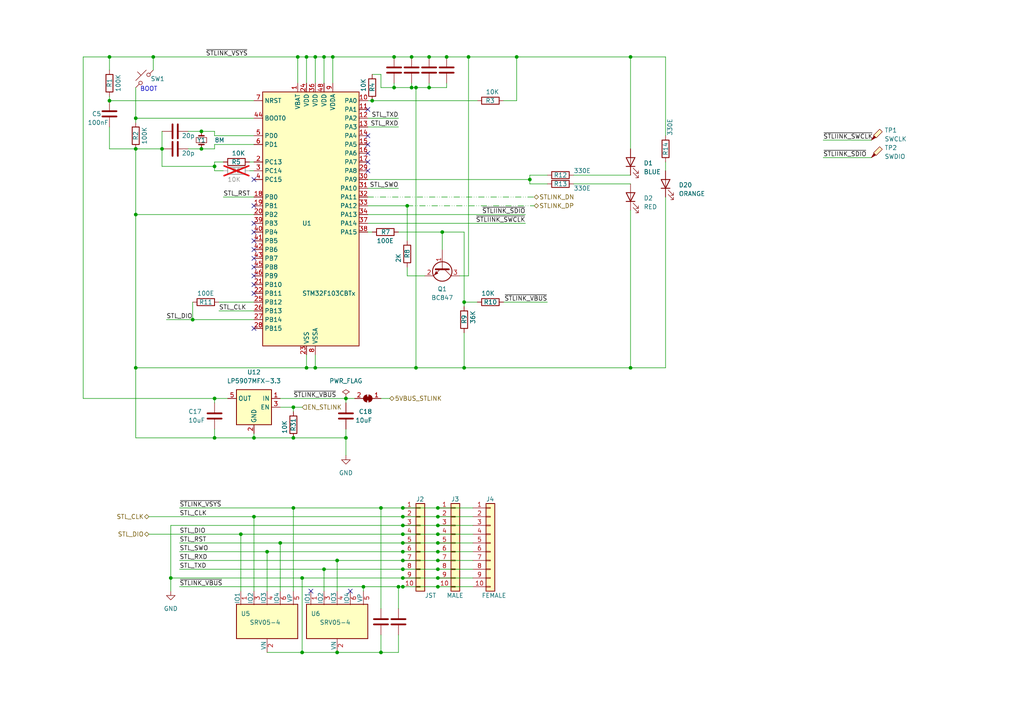
<source format=kicad_sch>
(kicad_sch (version 20230121) (generator eeschema)
  (paper "A4")
  (title_block (title "UniDebug - Unified Embedded Debug & Proto") (date "2023-12-25") (rev "R0V1") (company "Shreyas K (https://github.com/shreyask21)") (comment 1 "https://github.com/shreyask21/UniDebug") (comment 2 "Licence: CC BY-NC-SA 4.0"))
  (lib_symbols
    (symbol "Connector:TestPoint_Probe" (pin_numbers hide) (pin_names (offset 0.762) hide)
      (property "Reference" "TP" (at 1.651 5.842 0))
      (property "Value" "TestPoint_Probe" (at 1.651 4.064 0))
      (symbol "TestPoint_Probe_0_1"
        (polyline (pts (xy 1.27 0.762) (xy 0 0) (xy 0.762 1.27) (xy 1.27 0.762)) (fill (type outline)))
        (polyline (pts (xy 1.397 0.635) (xy 0.635 1.397) (xy 2.413 3.175) (xy 3.175 2.413) (xy 1.397 0.635)) (fill (type background)))
      )
      (symbol "TestPoint_Probe_1_1"
        (pin passive line (at 0 0 90) (length 0) (name "1") (number "1"))
      )
    )
    (symbol "Connector_Generic:Conn_01x10" (pin_names (offset 1.016) hide)
      (property "Reference" "J" (at 0 12.7 0))
      (property "Value" "Conn_01x10" (at 0 -15.24 0))
      (symbol "Conn_01x10_1_1"
        (rectangle (start -1.27 -12.573) (end 0 -12.827) (stroke (width 0.1524)))
        (rectangle (start -1.27 -10.033) (end 0 -10.287) (stroke (width 0.1524)))
        (rectangle (start -1.27 -7.493) (end 0 -7.747) (stroke (width 0.1524)))
        (rectangle (start -1.27 -4.953) (end 0 -5.207) (stroke (width 0.1524)))
        (rectangle (start -1.27 -2.413) (end 0 -2.667) (stroke (width 0.1524)))
        (rectangle (start -1.27 0.127) (end 0 -0.127) (stroke (width 0.1524)))
        (rectangle (start -1.27 2.667) (end 0 2.413) (stroke (width 0.1524)))
        (rectangle (start -1.27 5.207) (end 0 4.953) (stroke (width 0.1524)))
        (rectangle (start -1.27 7.747) (end 0 7.493) (stroke (width 0.1524)))
        (rectangle (start -1.27 10.287) (end 0 10.033) (stroke (width 0.1524)))
        (rectangle (start -1.27 11.43) (end 1.27 -13.97) (stroke (width 0.254)) (fill (type background)))
        (pin passive line (at -5.08 10.16 0) (length 3.81) (name "Pin_1") (number "1"))
        (pin passive line (at -5.08 -12.7 0) (length 3.81) (name "Pin_10") (number "10"))
        (pin passive line (at -5.08 7.62 0) (length 3.81) (name "Pin_2") (number "2"))
        (pin passive line (at -5.08 5.08 0) (length 3.81) (name "Pin_3") (number "3"))
        (pin passive line (at -5.08 2.54 0) (length 3.81) (name "Pin_4") (number "4"))
        (pin passive line (at -5.08 0 0) (length 3.81) (name "Pin_5") (number "5"))
        (pin passive line (at -5.08 -2.54 0) (length 3.81) (name "Pin_6") (number "6"))
        (pin passive line (at -5.08 -5.08 0) (length 3.81) (name "Pin_7") (number "7"))
        (pin passive line (at -5.08 -7.62 0) (length 3.81) (name "Pin_8") (number "8"))
        (pin passive line (at -5.08 -10.16 0) (length 3.81) (name "Pin_9") (number "9"))
      )
    )
    (symbol "Device:C" (pin_numbers hide) (pin_names (offset 0.254))
      (property "Reference" "C" (at 0.635 2.54 0))
      (property "Value" "C" (at 0.635 -2.54 0))
      (symbol "C_0_1"
        (polyline (pts (xy -2.032 -0.762) (xy 2.032 -0.762)) (stroke (width 0.508)))
        (polyline (pts (xy -2.032 0.762) (xy 2.032 0.762)) (stroke (width 0.508)))
      )
      (symbol "C_1_1"
        (pin passive line (at 0 3.81 270) (length 2.794) (name "~") (number "1"))
        (pin passive line (at 0 -3.81 90) (length 2.794) (name "~") (number "2"))
      )
    )
    (symbol "Device:Crystal_Small" (pin_numbers hide) (pin_names (offset 1.016) hide)
      (property "Reference" "Y" (at 0 2.54 0))
      (property "Value" "Crystal_Small" (at 0 -2.54 0))
      (symbol "Crystal_Small_0_1"
        (rectangle (start -0.762 -1.524) (end 0.762 1.524))
        (polyline (pts (xy -1.27 -0.762) (xy -1.27 0.762)) (stroke (width 0.381)))
        (polyline (pts (xy 1.27 -0.762) (xy 1.27 0.762)) (stroke (width 0.381)))
      )
      (symbol "Crystal_Small_1_1"
        (pin passive line (at -2.54 0 0) (length 1.27) (name "1") (number "1"))
        (pin passive line (at 2.54 0 180) (length 1.27) (name "2") (number "2"))
      )
    )
    (symbol "Device:LED" (pin_numbers hide) (pin_names (offset 1.016) hide)
      (property "Reference" "D" (at 0 2.54 0))
      (property "Value" "LED" (at 0 -2.54 0))
      (symbol "LED_0_1"
        (polyline (pts (xy -1.27 -1.27) (xy -1.27 1.27)) (stroke (width 0.254)))
        (polyline (pts (xy -1.27 0) (xy 1.27 0)))
        (polyline (pts (xy 1.27 -1.27) (xy 1.27 1.27) (xy -1.27 0) (xy 1.27 -1.27)) (stroke (width 0.254)))
        (polyline (pts (xy -3.048 -0.762) (xy -4.572 -2.286) (xy -3.81 -2.286) (xy -4.572 -2.286) (xy -4.572 -1.524)))
        (polyline (pts (xy -1.778 -0.762) (xy -3.302 -2.286) (xy -2.54 -2.286) (xy -3.302 -2.286) (xy -3.302 -1.524)))
      )
      (symbol "LED_1_1"
        (pin passive line (at -3.81 0 0) (length 2.54) (name "K") (number "1"))
        (pin passive line (at 3.81 0 180) (length 2.54) (name "A") (number "2"))
      )
    )
    (symbol "Device:R" (pin_numbers hide) (pin_names (offset 0))
      (property "Reference" "R" (at 2.032 0 90))
      (property "Value" "R" (at 0 0 90))
      (symbol "R_0_1"
        (rectangle (start -1.016 -2.54) (end 1.016 2.54) (stroke (width 0.254)))
      )
      (symbol "R_1_1"
        (pin passive line (at 0 3.81 270) (length 1.27) (name "~") (number "1"))
        (pin passive line (at 0 -3.81 90) (length 1.27) (name "~") (number "2"))
      )
    )
    (symbol "Edited_FP:SRV05-4" (pin_names (offset 0))
      (property "Reference" "U7" (at -7.62 2.35 0))
      (property "Value" "SRV05-4" (at -5.08 -0.19 0))
      (symbol "SRV05-4_1_1"
        (rectangle (start -8.89 5.08) (end 8.89 -4.89) (stroke (width 0.254)) (fill (type background)))
        (pin passive line (at -7.62 8.89 270) (length 4) (name "IO1") (number "1"))
        (pin passive line (at 0 -8.89 90) (length 4) (name "VN") (number "2"))
        (pin passive line (at -3.81 8.89 270) (length 4) (name "IO2") (number "3"))
        (pin passive line (at 0 8.89 270) (length 4) (name "IO3") (number "4"))
        (pin passive line (at 7.62 8.89 270) (length 4) (name "VP") (number "5"))
        (pin passive line (at 3.81 8.89 270) (length 4) (name "IO4") (number "6"))
      )
    )
    (symbol "Jumper:SolderJumper_2_Bridged" (pin_names (offset 0) hide)
      (property "Reference" "JP" (at 0 2.032 0))
      (property "Value" "SolderJumper_2_Bridged" (at 0 -2.54 0))
      (symbol "SolderJumper_2_Bridged_0_1"
        (rectangle (start -0.508 0.508) (end 0.508 -0.508) (fill (type outline)))
        (arc (start -0.254 1.016) (mid -1.2656 0) (end -0.254 -1.016))
        (arc (start -0.254 1.016) (mid -1.2656 0) (end -0.254 -1.016) (fill (type outline)))
        (polyline (pts (xy -0.254 1.016) (xy -0.254 -1.016)))
        (polyline (pts (xy 0.254 1.016) (xy 0.254 -1.016)))
        (arc (start 0.254 -1.016) (mid 1.2656 0) (end 0.254 1.016))
        (arc (start 0.254 -1.016) (mid 1.2656 0) (end 0.254 1.016) (fill (type outline)))
      )
      (symbol "SolderJumper_2_Bridged_1_1"
        (pin passive line (at -3.81 0 0) (length 2.54) (name "A") (number "1"))
        (pin passive line (at 3.81 0 180) (length 2.54) (name "B") (number "2"))
      )
    )
    (symbol "MCU_ST_STM32F1:STM32F103CBTx"
      (property "Reference" "U" (at -12.7 39.37 0))
      (property "Value" "STM32F103CBTx" (at 10.16 39.37 0))
      (symbol "STM32F103CBTx_0_1"
        (rectangle (start -12.7 -35.56) (end 15.24 38.1) (stroke (width 0.254)) (fill (type background)))
      )
      (symbol "STM32F103CBTx_1_1"
        (pin power_in line (at -2.54 40.64 270) (length 2.54) (name "VBAT") (number "1"))
        (pin bidirectional line (at 17.78 35.56 180) (length 2.54) (name "PA0") (number "10"))
        (pin bidirectional line (at 17.78 33.02 180) (length 2.54) (name "PA1") (number "11"))
        (pin bidirectional line (at 17.78 30.48 180) (length 2.54) (name "PA2") (number "12"))
        (pin bidirectional line (at 17.78 27.94 180) (length 2.54) (name "PA3") (number "13"))
        (pin bidirectional line (at 17.78 25.4 180) (length 2.54) (name "PA4") (number "14"))
        (pin bidirectional line (at 17.78 22.86 180) (length 2.54) (name "PA5") (number "15"))
        (pin bidirectional line (at 17.78 20.32 180) (length 2.54) (name "PA6") (number "16"))
        (pin bidirectional line (at 17.78 17.78 180) (length 2.54) (name "PA7") (number "17"))
        (pin bidirectional line (at -15.24 7.62 0) (length 2.54) (name "PB0") (number "18"))
        (pin bidirectional line (at -15.24 5.08 0) (length 2.54) (name "PB1") (number "19"))
        (pin bidirectional line (at -15.24 17.78 0) (length 2.54) (name "PC13") (number "2"))
        (pin bidirectional line (at -15.24 2.54 0) (length 2.54) (name "PB2") (number "20"))
        (pin bidirectional line (at -15.24 -17.78 0) (length 2.54) (name "PB10") (number "21"))
        (pin bidirectional line (at -15.24 -20.32 0) (length 2.54) (name "PB11") (number "22"))
        (pin power_in line (at 0 -38.1 90) (length 2.54) (name "VSS") (number "23"))
        (pin power_in line (at 0 40.64 270) (length 2.54) (name "VDD") (number "24"))
        (pin bidirectional line (at -15.24 -22.86 0) (length 2.54) (name "PB12") (number "25"))
        (pin bidirectional line (at -15.24 -25.4 0) (length 2.54) (name "PB13") (number "26"))
        (pin bidirectional line (at -15.24 -27.94 0) (length 2.54) (name "PB14") (number "27"))
        (pin bidirectional line (at -15.24 -30.48 0) (length 2.54) (name "PB15") (number "28"))
        (pin bidirectional line (at 17.78 15.24 180) (length 2.54) (name "PA8") (number "29"))
        (pin bidirectional line (at -15.24 15.24 0) (length 2.54) (name "PC14") (number "3"))
        (pin bidirectional line (at 17.78 12.7 180) (length 2.54) (name "PA9") (number "30"))
        (pin bidirectional line (at 17.78 10.16 180) (length 2.54) (name "PA10") (number "31"))
        (pin bidirectional line (at 17.78 7.62 180) (length 2.54) (name "PA11") (number "32"))
        (pin bidirectional line (at 17.78 5.08 180) (length 2.54) (name "PA12") (number "33"))
        (pin bidirectional line (at 17.78 2.54 180) (length 2.54) (name "PA13") (number "34"))
        (pin passive line (at 0 -38.1 90) (length 2.54) hide (name "VSS") (number "35"))
        (pin power_in line (at 2.54 40.64 270) (length 2.54) (name "VDD") (number "36"))
        (pin bidirectional line (at 17.78 0 180) (length 2.54) (name "PA14") (number "37"))
        (pin bidirectional line (at 17.78 -2.54 180) (length 2.54) (name "PA15") (number "38"))
        (pin bidirectional line (at -15.24 0 0) (length 2.54) (name "PB3") (number "39"))
        (pin bidirectional line (at -15.24 12.7 0) (length 2.54) (name "PC15") (number "4"))
        (pin bidirectional line (at -15.24 -2.54 0) (length 2.54) (name "PB4") (number "40"))
        (pin bidirectional line (at -15.24 -5.08 0) (length 2.54) (name "PB5") (number "41"))
        (pin bidirectional line (at -15.24 -7.62 0) (length 2.54) (name "PB6") (number "42"))
        (pin bidirectional line (at -15.24 -10.16 0) (length 2.54) (name "PB7") (number "43"))
        (pin input line (at -15.24 30.48 0) (length 2.54) (name "BOOT0") (number "44"))
        (pin bidirectional line (at -15.24 -12.7 0) (length 2.54) (name "PB8") (number "45"))
        (pin bidirectional line (at -15.24 -15.24 0) (length 2.54) (name "PB9") (number "46"))
        (pin passive line (at 0 -38.1 90) (length 2.54) hide (name "VSS") (number "47"))
        (pin power_in line (at 5.08 40.64 270) (length 2.54) (name "VDD") (number "48"))
        (pin bidirectional line (at -15.24 25.4 0) (length 2.54) (name "PD0") (number "5"))
        (pin bidirectional line (at -15.24 22.86 0) (length 2.54) (name "PD1") (number "6"))
        (pin input line (at -15.24 35.56 0) (length 2.54) (name "NRST") (number "7"))
        (pin power_in line (at 2.54 -38.1 90) (length 2.54) (name "VSSA") (number "8"))
        (pin power_in line (at 7.62 40.64 270) (length 2.54) (name "VDDA") (number "9"))
      )
    )
    (symbol "Regulator_Linear:LP5907MFX-3.3"
      (property "Reference" "U" (at -3.81 6.35 0))
      (property "Value" "LP5907MFX-3.3" (at 6.35 6.35 0))
      (symbol "LP5907MFX-3.3_0_1"
        (rectangle (start -5.08 -5.08) (end 5.08 5.08) (stroke (width 0.254)) (fill (type background)))
        (pin power_in line (at -7.62 2.54 0) (length 2.54) (name "IN") (number "1"))
        (pin power_in line (at 0 -7.62 90) (length 2.54) (name "GND") (number "2"))
        (pin input line (at -7.62 0 0) (length 2.54) (name "EN") (number "3"))
        (pin no_connect line (at 5.08 0 180) (length 2.54) hide (name "NC") (number "4"))
        (pin power_out line (at 7.62 2.54 180) (length 2.54) (name "OUT") (number "5"))
      )
    )
    (symbol "Switch:SW_Push_45deg" (pin_numbers hide) (pin_names (offset 1.016) hide)
      (property "Reference" "SW" (at 3.048 1.016 0))
      (property "Value" "SW_Push_45deg" (at 0 -3.81 0))
      (symbol "SW_Push_45deg_0_1"
        (circle (center -1.1684 1.1684) (radius 0.508))
        (polyline (pts (xy -0.508 2.54) (xy 2.54 -0.508)))
        (polyline (pts (xy 1.016 1.016) (xy 2.032 2.032)))
        (polyline (pts (xy -2.54 2.54) (xy -1.524 1.524) (xy -1.524 1.524)))
        (polyline (pts (xy 1.524 -1.524) (xy 2.54 -2.54) (xy 2.54 -2.54) (xy 2.54 -2.54)))
        (circle (center 1.143 -1.1938) (radius 0.508))
        (pin passive line (at -2.54 2.54 0) (length 0) (name "1") (number "1"))
        (pin passive line (at 2.54 -2.54 180) (length 0) (name "2") (number "2"))
      )
    )
    (symbol "Transistor_BJT:BC847" (pin_names (offset 0) hide)
      (property "Reference" "Q" (at 5.08 1.905 0))
      (property "Value" "BC847" (at 5.08 0 0))
      (symbol "BC847_0_1"
        (polyline (pts (xy 0.635 0.635) (xy 2.54 2.54)))
        (polyline (pts (xy 0.635 -0.635) (xy 2.54 -2.54) (xy 2.54 -2.54)))
        (polyline (pts (xy 0.635 1.905) (xy 0.635 -1.905) (xy 0.635 -1.905)) (stroke (width 0.508)))
        (polyline (pts (xy 1.27 -1.778) (xy 1.778 -1.27) (xy 2.286 -2.286) (xy 1.27 -1.778) (xy 1.27 -1.778)) (fill (type outline)))
        (circle (center 1.27 0) (radius 2.8194) (stroke (width 0.254)))
      )
      (symbol "BC847_1_1"
        (pin input line (at -5.08 0 0) (length 5.715) (name "B") (number "1"))
        (pin passive line (at 2.54 -5.08 90) (length 2.54) (name "E") (number "2"))
        (pin passive line (at 2.54 5.08 270) (length 2.54) (name "C") (number "3"))
      )
    )
    (symbol "power:GND" (power) (pin_names (offset 0))
      (property "Value" "GND" (at 0 -3.81 0))
      (symbol "GND_0_1"
        (polyline (pts (xy 0 0) (xy 0 -1.27) (xy 1.27 -1.27) (xy 0 -2.54) (xy -1.27 -1.27) (xy 0 -1.27)))
      )
      (symbol "GND_1_1"
        (pin power_in line (at 0 0 270) (length 0) hide (name "GND") (number "1"))
      )
    )
    (symbol "power:PWR_FLAG" (power) (pin_numbers hide) (pin_names (offset 0) hide)
      (property "Value" "PWR_FLAG" (at 0 3.81 0))
      (symbol "PWR_FLAG_0_0"
        (pin power_out line (at 0 0 90) (length 0) (name "pwr") (number "1"))
      )
      (symbol "PWR_FLAG_0_1"
        (polyline (pts (xy 0 0) (xy 0 1.27) (xy -1.016 1.905) (xy 0 2.54) (xy 1.016 1.905) (xy 0 1.27)))
      )
    )
  )
  (junction (at 116.84 149.86))
  (junction (at 127 147.32))
  (junction (at 129.54 16.51))
  (junction (at 87.63 167.64))
  (junction (at 127 154.94))
  (junction (at 116.84 147.32))
  (junction (at 85.09 127))
  (junction (at 116.84 162.56))
  (junction (at 182.88 16.51))
  (junction (at 124.46 25.4))
  (junction (at 39.37 34.29))
  (junction (at 134.62 106.68))
  (junction (at 116.84 165.1))
  (junction (at 100.33 115.57))
  (junction (at 149.86 16.51))
  (junction (at 49.53 167.64))
  (junction (at 86.36 16.51))
  (junction (at 73.66 127))
  (junction (at 87.63 189.23))
  (junction (at 116.84 170.18))
  (junction (at 69.85 154.94))
  (junction (at 88.9 16.51))
  (junction (at 85.09 118.11))
  (junction (at 31.75 16.51))
  (junction (at 114.3 25.4))
  (junction (at 127 167.64))
  (junction (at 97.79 162.56))
  (junction (at 119.38 25.4))
  (junction (at 116.84 167.64))
  (junction (at 127 160.02))
  (junction (at 39.37 106.68))
  (junction (at 55.88 92.71))
  (junction (at 77.47 160.02))
  (junction (at 93.98 16.51))
  (junction (at 105.41 170.18))
  (junction (at 119.38 16.51))
  (junction (at 127 157.48))
  (junction (at 62.23 127))
  (junction (at 96.52 16.51))
  (junction (at 31.75 29.21))
  (junction (at 153.67 52.07))
  (junction (at 58.42 38.1))
  (junction (at 116.84 154.94))
  (junction (at 127 165.1))
  (junction (at 127 149.86))
  (junction (at 116.84 160.02))
  (junction (at 115.57 170.18))
  (junction (at 73.66 149.86))
  (junction (at 182.88 106.68))
  (junction (at 44.45 16.51))
  (junction (at 127 152.4))
  (junction (at 134.62 87.63))
  (junction (at 116.84 157.48))
  (junction (at 120.65 25.4))
  (junction (at 128.27 67.31))
  (junction (at 85.09 147.32))
  (junction (at 116.84 152.4))
  (junction (at 46.99 43.18))
  (junction (at 81.28 157.48))
  (junction (at 135.89 16.51))
  (junction (at 62.23 115.57))
  (junction (at 39.37 62.23))
  (junction (at 118.11 59.69))
  (junction (at 62.23 48.26))
  (junction (at 88.9 106.68))
  (junction (at 110.49 147.32))
  (junction (at 120.65 106.68))
  (junction (at 114.3 16.51))
  (junction (at 100.33 127))
  (junction (at 124.46 16.51))
  (junction (at 58.42 43.18))
  (junction (at 93.98 165.1))
  (junction (at 39.37 43.18))
  (junction (at 91.44 106.68))
  (junction (at 127 170.18))
  (junction (at 91.44 16.51))
  (junction (at 110.49 189.23))
  (junction (at 127 162.56))
  (junction (at 107.95 29.21))
  (junction (at 97.79 189.23))
  (no_connect (at 73.66 69.85))
  (no_connect (at 106.68 49.53))
  (no_connect (at 106.68 31.75))
  (no_connect (at 73.66 64.77))
  (no_connect (at 73.66 77.47))
  (no_connect (at 106.68 41.91))
  (no_connect (at 73.66 52.07))
  (no_connect (at 73.66 85.09))
  (no_connect (at 90.17 171.45))
  (no_connect (at 73.66 95.25))
  (no_connect (at 73.66 80.01))
  (no_connect (at 73.66 59.69))
  (no_connect (at 106.68 44.45))
  (no_connect (at 73.66 82.55))
  (no_connect (at 73.66 74.93))
  (no_connect (at 73.66 67.31))
  (no_connect (at 106.68 46.99))
  (no_connect (at 106.68 39.37))
  (no_connect (at 101.6 171.45))
  (no_connect (at 73.66 72.39))
  (wire (pts (xy 87.63 189.23) (xy 97.79 189.23)))
  (wire (pts (xy 85.09 147.32) (xy 110.49 147.32)))
  (wire (pts (xy 106.68 64.77) (xy 152.4 64.77)))
  (wire (pts (xy 106.68 54.61) (xy 115.57 54.61)))
  (wire (pts (xy 118.11 80.01) (xy 123.19 80.01)))
  (wire (pts (xy 46.99 38.1) (xy 46.99 43.18)))
  (wire (pts (xy 134.62 96.52) (xy 134.62 106.68)))
  (wire (pts (xy 149.86 16.51) (xy 135.89 16.51)))
  (wire (pts (xy 49.53 167.64) (xy 49.53 171.45)))
  (wire (pts (xy 52.07 160.02) (xy 77.47 160.02)))
  (wire (pts (xy 116.84 170.18) (xy 127 170.18)))
  (wire (pts (xy 127 157.48) (xy 137.16 157.48)))
  (wire (pts (xy 127 162.56) (xy 137.16 162.56)))
  (wire (pts (xy 54.61 38.1) (xy 58.42 38.1)))
  (wire (pts (xy 238.76 45.72) (xy 252.73 45.72)))
  (wire (pts (xy 114.3 24.13) (xy 114.3 25.4)))
  (wire (pts (xy 52.07 165.1) (xy 93.98 165.1)))
  (wire (pts (xy 166.37 53.34) (xy 182.88 53.34)))
  (wire (pts (xy 31.75 36.83) (xy 31.75 43.18)))
  (wire (pts (xy 193.04 57.15) (xy 193.04 106.68)))
  (wire (pts (xy 77.47 160.02) (xy 116.84 160.02)))
  (wire (pts (xy 44.45 16.51) (xy 44.45 20.32)))
  (wire (pts (xy 182.88 16.51) (xy 182.88 43.18)))
  (wire (pts (xy 118.11 59.69) (xy 118.11 69.85)))
  (wire (pts (xy 127 152.4) (xy 137.16 152.4)))
  (wire (pts (xy 120.65 106.68) (xy 91.44 106.68)))
  (wire (pts (xy 85.09 147.32) (xy 85.09 171.45)))
  (wire (pts (xy 31.75 29.21) (xy 73.66 29.21)))
  (wire (pts (xy 193.04 16.51) (xy 182.88 16.51)))
  (wire (pts (xy 105.41 170.18) (xy 105.41 171.45)))
  (wire (pts (xy 55.88 92.71) (xy 73.66 92.71)))
  (wire (pts (xy 64.77 49.53) (xy 62.23 49.53)))
  (wire (pts (xy 93.98 165.1) (xy 93.98 171.45)))
  (wire (pts (xy 39.37 43.18) (xy 39.37 62.23)))
  (wire (pts (xy 116.84 167.64) (xy 127 167.64)))
  (wire (pts (xy 24.13 16.51) (xy 31.75 16.51)))
  (wire (pts (xy 106.68 34.29) (xy 115.57 34.29)))
  (wire (pts (xy 93.98 165.1) (xy 116.84 165.1)))
  (wire (pts (xy 100.33 124.46) (xy 100.33 127)))
  (wire (pts (xy 128.27 72.39) (xy 128.27 67.31)))
  (wire (pts (xy 77.47 189.23) (xy 87.63 189.23)))
  (wire (pts (xy 91.44 16.51) (xy 88.9 16.51)))
  (wire (pts (xy 116.84 160.02) (xy 127 160.02)))
  (wire (pts (xy 62.23 46.99) (xy 62.23 48.26)))
  (wire (pts (xy 63.5 90.17) (xy 73.66 90.17)))
  (wire (pts (xy 44.45 16.51) (xy 86.36 16.51)))
  (wire (pts (xy 31.75 27.94) (xy 31.75 29.21)))
  (wire (pts (xy 52.07 170.18) (xy 105.41 170.18)))
  (wire (pts (xy 86.36 16.51) (xy 88.9 16.51)))
  (wire (pts (xy 62.23 41.91) (xy 73.66 41.91)))
  (wire (pts (xy 134.62 88.9) (xy 134.62 87.63)))
  (wire (pts (xy 116.84 147.32) (xy 127 147.32)))
  (wire (pts (xy 55.88 87.63) (xy 55.88 92.71)))
  (wire (pts (xy 87.63 167.64) (xy 87.63 189.23)))
  (wire (pts (xy 39.37 34.29) (xy 39.37 35.56)))
  (wire (pts (xy 31.75 16.51) (xy 44.45 16.51)))
  (wire (pts (xy 193.04 106.68) (xy 182.88 106.68)))
  (wire (pts (xy 58.42 43.18) (xy 62.23 43.18)))
  (wire (pts (xy 116.84 157.48) (xy 127 157.48)))
  (wire (pts (xy 127 165.1) (xy 137.16 165.1)))
  (wire (pts (xy 116.84 162.56) (xy 127 162.56)))
  (wire (pts (xy 85.09 118.11) (xy 87.63 118.11)))
  (wire (pts (xy 138.43 87.63) (xy 134.62 87.63)))
  (wire (pts (xy 127 170.18) (xy 137.16 170.18)))
  (wire (pts (xy 146.05 87.63) (xy 158.75 87.63)))
  (wire (pts (xy 116.84 149.86) (xy 127 149.86)))
  (wire (pts (xy 97.79 162.56) (xy 116.84 162.56)))
  (wire (pts (xy 73.66 62.23) (xy 39.37 62.23)))
  (wire (pts (xy 106.68 29.21) (xy 107.95 29.21)))
  (wire (pts (xy 129.54 25.4) (xy 124.46 25.4)))
  (wire (pts (xy 158.75 53.34) (xy 153.67 53.34)))
  (wire (pts (xy 100.33 115.57) (xy 102.87 115.57)))
  (wire (pts (xy 106.68 52.07) (xy 153.67 52.07)))
  (wire (pts (xy 63.5 87.63) (xy 73.66 87.63)))
  (wire (pts (xy 106.68 36.83) (xy 115.57 36.83)))
  (wire (pts (xy 39.37 106.68) (xy 88.9 106.68)))
  (wire (pts (xy 46.99 43.18) (xy 46.99 48.26)))
  (wire (pts (xy 115.57 67.31) (xy 128.27 67.31)))
  (wire (pts (xy 127 167.64) (xy 137.16 167.64)))
  (wire (pts (xy 62.23 39.37) (xy 73.66 39.37)))
  (wire (pts (xy 119.38 24.13) (xy 119.38 25.4)))
  (wire (pts (xy 97.79 162.56) (xy 97.79 171.45)))
  (wire (pts (xy 39.37 127) (xy 62.23 127)))
  (wire (pts (xy 88.9 16.51) (xy 88.9 24.13)))
  (wire (pts (xy 62.23 48.26) (xy 62.23 49.53)))
  (wire (pts (xy 107.95 29.21) (xy 138.43 29.21)))
  (wire (pts (xy 118.11 59.69) (xy 154.94 59.69)) (stroke (width 0) (type dash_dot_dot)))
  (wire (pts (xy 120.65 25.4) (xy 124.46 25.4)))
  (wire (pts (xy 64.77 57.15) (xy 73.66 57.15)))
  (wire (pts (xy 39.37 62.23) (xy 39.37 106.68)))
  (wire (pts (xy 62.23 41.91) (xy 62.23 43.18)))
  (wire (pts (xy 134.62 67.31) (xy 128.27 67.31)))
  (wire (pts (xy 73.66 127) (xy 73.66 125.73)))
  (wire (pts (xy 86.36 24.13) (xy 86.36 16.51)))
  (wire (pts (xy 31.75 43.18) (xy 39.37 43.18)))
  (wire (pts (xy 153.67 52.07) (xy 153.67 50.8)))
  (wire (pts (xy 115.57 189.23) (xy 110.49 189.23)))
  (wire (pts (xy 49.53 152.4) (xy 49.53 167.64)))
  (wire (pts (xy 127 160.02) (xy 137.16 160.02)))
  (wire (pts (xy 91.44 106.68) (xy 91.44 102.87)))
  (wire (pts (xy 77.47 160.02) (xy 77.47 171.45)))
  (wire (pts (xy 127 149.86) (xy 137.16 149.86)))
  (wire (pts (xy 116.84 154.94) (xy 127 154.94)))
  (wire (pts (xy 39.37 127) (xy 39.37 106.68)))
  (wire (pts (xy 100.33 115.57) (xy 81.28 115.57)))
  (wire (pts (xy 110.49 25.4) (xy 114.3 25.4)))
  (wire (pts (xy 110.49 184.15) (xy 110.49 189.23)))
  (wire (pts (xy 106.68 67.31) (xy 107.95 67.31)))
  (wire (pts (xy 110.49 189.23) (xy 97.79 189.23)))
  (wire (pts (xy 116.84 152.4) (xy 127 152.4)))
  (wire (pts (xy 52.07 147.32) (xy 85.09 147.32)))
  (wire (pts (xy 134.62 106.68) (xy 120.65 106.68)))
  (wire (pts (xy 52.07 162.56) (xy 97.79 162.56)))
  (wire (pts (xy 62.23 48.26) (xy 46.99 48.26)))
  (wire (pts (xy 69.85 154.94) (xy 116.84 154.94)))
  (wire (pts (xy 193.04 46.99) (xy 193.04 49.53)))
  (wire (pts (xy 81.28 118.11) (xy 85.09 118.11)))
  (wire (pts (xy 88.9 102.87) (xy 88.9 106.68)))
  (wire (pts (xy 119.38 25.4) (xy 120.65 25.4)))
  (wire (pts (xy 106.68 57.15) (xy 154.94 57.15)) (stroke (width 0) (type dash_dot_dot)))
  (wire (pts (xy 62.23 115.57) (xy 66.04 115.57)))
  (wire (pts (xy 31.75 16.51) (xy 31.75 20.32)))
  (wire (pts (xy 39.37 25.4) (xy 39.37 34.29)))
  (wire (pts (xy 114.3 25.4) (xy 119.38 25.4)))
  (wire (pts (xy 96.52 24.13) (xy 96.52 16.51)))
  (wire (pts (xy 93.98 24.13) (xy 93.98 16.51)))
  (wire (pts (xy 135.89 16.51) (xy 129.54 16.51)))
  (wire (pts (xy 193.04 39.37) (xy 193.04 16.51)))
  (wire (pts (xy 62.23 116.84) (xy 62.23 115.57)))
  (wire (pts (xy 127 147.32) (xy 137.16 147.32)))
  (wire (pts (xy 110.49 21.59) (xy 110.49 25.4)))
  (wire (pts (xy 118.11 77.47) (xy 118.11 80.01)))
  (wire (pts (xy 72.39 49.53) (xy 73.66 49.53)))
  (wire (pts (xy 133.35 80.01) (xy 135.89 80.01)))
  (wire (pts (xy 39.37 34.29) (xy 73.66 34.29)))
  (wire (pts (xy 124.46 16.51) (xy 129.54 16.51)))
  (wire (pts (xy 54.61 43.18) (xy 58.42 43.18)))
  (wire (pts (xy 114.3 16.51) (xy 119.38 16.51)))
  (wire (pts (xy 153.67 50.8) (xy 158.75 50.8)))
  (wire (pts (xy 91.44 24.13) (xy 91.44 16.51)))
  (wire (pts (xy 81.28 157.48) (xy 81.28 171.45)))
  (wire (pts (xy 100.33 116.84) (xy 100.33 115.57)))
  (wire (pts (xy 100.33 127) (xy 100.33 132.08)))
  (wire (pts (xy 149.86 16.51) (xy 149.86 29.21)))
  (wire (pts (xy 106.68 62.23) (xy 152.4 62.23)))
  (wire (pts (xy 166.37 50.8) (xy 182.88 50.8)))
  (wire (pts (xy 153.67 53.34) (xy 153.67 52.07)))
  (wire (pts (xy 85.09 127) (xy 73.66 127)))
  (wire (pts (xy 100.33 127) (xy 85.09 127)))
  (wire (pts (xy 129.54 24.13) (xy 129.54 25.4)))
  (wire (pts (xy 134.62 87.63) (xy 134.62 67.31)))
  (wire (pts (xy 182.88 106.68) (xy 134.62 106.68)))
  (wire (pts (xy 115.57 170.18) (xy 115.57 176.53)))
  (wire (pts (xy 49.53 152.4) (xy 116.84 152.4)))
  (wire (pts (xy 107.95 21.59) (xy 110.49 21.59)))
  (wire (pts (xy 49.53 167.64) (xy 87.63 167.64)))
  (wire (pts (xy 146.05 29.21) (xy 149.86 29.21)))
  (wire (pts (xy 69.85 154.94) (xy 69.85 171.45)))
  (wire (pts (xy 124.46 24.13) (xy 124.46 25.4)))
  (wire (pts (xy 96.52 16.51) (xy 114.3 16.51)))
  (wire (pts (xy 39.37 43.18) (xy 46.99 43.18)))
  (wire (pts (xy 62.23 115.57) (xy 24.13 115.57)))
  (wire (pts (xy 115.57 170.18) (xy 116.84 170.18)))
  (wire (pts (xy 43.18 149.86) (xy 73.66 149.86)))
  (wire (pts (xy 135.89 16.51) (xy 135.89 80.01)))
  (wire (pts (xy 85.09 119.38) (xy 85.09 118.11)))
  (wire (pts (xy 24.13 16.51) (xy 24.13 115.57)))
  (wire (pts (xy 87.63 167.64) (xy 116.84 167.64)))
  (wire (pts (xy 58.42 38.1) (xy 62.23 38.1)))
  (wire (pts (xy 62.23 46.99) (xy 64.77 46.99)))
  (wire (pts (xy 110.49 147.32) (xy 116.84 147.32)))
  (wire (pts (xy 149.86 16.51) (xy 182.88 16.51)))
  (wire (pts (xy 93.98 16.51) (xy 91.44 16.51)))
  (wire (pts (xy 88.9 106.68) (xy 91.44 106.68)))
  (wire (pts (xy 62.23 38.1) (xy 62.23 39.37)))
  (wire (pts (xy 127 154.94) (xy 137.16 154.94)))
  (wire (pts (xy 182.88 60.96) (xy 182.88 106.68)))
  (wire (pts (xy 105.41 170.18) (xy 115.57 170.18)))
  (wire (pts (xy 73.66 149.86) (xy 73.66 171.45)))
  (wire (pts (xy 96.52 16.51) (xy 93.98 16.51)))
  (wire (pts (xy 116.84 165.1) (xy 127 165.1)))
  (wire (pts (xy 62.23 124.46) (xy 62.23 127)))
  (wire (pts (xy 106.68 59.69) (xy 118.11 59.69)))
  (wire (pts (xy 120.65 25.4) (xy 120.65 106.68)))
  (wire (pts (xy 62.23 127) (xy 73.66 127)))
  (wire (pts (xy 115.57 184.15) (xy 115.57 189.23)))
  (wire (pts (xy 110.49 147.32) (xy 110.49 176.53)))
  (wire (pts (xy 43.18 154.94) (xy 69.85 154.94)))
  (wire (pts (xy 81.28 157.48) (xy 116.84 157.48)))
  (wire (pts (xy 238.76 40.64) (xy 252.73 40.64)))
  (wire (pts (xy 72.39 46.99) (xy 73.66 46.99)))
  (wire (pts (xy 119.38 16.51) (xy 124.46 16.51)))
  (wire (pts (xy 110.49 115.57) (xy 113.03 115.57)))
  (wire (pts (xy 48.26 92.71) (xy 55.88 92.71)))
  (wire (pts (xy 52.07 157.48) (xy 81.28 157.48)))
  (wire (pts (xy 73.66 149.86) (xy 116.84 149.86)))
  (text "BOOT" (at 45.72 26.67 0) (effects (font (size 1.27 1.27)) (justify right bottom)))
  (label "STL_DIO" (at 48.26 92.71 0))
  (label "~{STLIINK_SWCLK}" (at 152.4 64.77 180))
  (label "~{STLINK_VSYS}" (at 52.07 147.32 0))
  (label "STL_DIO" (at 52.07 154.94 0))
  (label "~{STLIINK_SDIO}" (at 152.4 62.23 180))
  (label "STL_RXD" (at 115.57 36.83 180))
  (label "STL_SWO" (at 115.57 54.61 180))
  (label "STL_CLK" (at 63.5 90.17 0))
  (label "~{STLINK_VBUS}" (at 85.09 115.57 0))
  (label "~{STLINK_VBUS}" (at 158.75 87.63 180))
  (label "~{STLIINK_SDIO}" (at 238.76 45.72 0))
  (label "~{STLIINK_SWCLK}" (at 238.76 40.64 0))
  (label "STL_TXD" (at 52.07 165.1 0))
  (label "STL_RST" (at 52.07 157.48 0))
  (label "STL_SWO" (at 52.07 160.02 0))
  (label "STL_RXD" (at 52.07 162.56 0))
  (label "STL_TXD" (at 115.57 34.29 180))
  (label "STL_CLK" (at 52.07 149.86 0))
  (label "~{STLINK_VSYS}" (at 59.69 16.51 0))
  (label "~{STLINK_VBUS}" (at 52.07 170.18 0))
  (label "STL_RST" (at 64.77 57.15 0))
  (hierarchical_label "STLINK_DN" (shape bidirectional) (at 154.94 57.15 0))
  (hierarchical_label "EN_STLINK" (shape input) (at 87.63 118.11 0))
  (hierarchical_label "STLINK_DP" (shape bidirectional) (at 154.94 59.69 0))
  (hierarchical_label "STL_CLK" (shape bidirectional) (at 43.18 149.86 180))
  (hierarchical_label "5VBUS_STLINK" (shape bidirectional) (at 113.03 115.57 0))
  (hierarchical_label "STL_DIO" (shape bidirectional) (at 43.18 154.94 180))
  (symbol (lib_id "Device:R") (at 85.09 123.19 180) (unit 1)
    (property "Reference" "R31" (at 85.09 123.19 90))
    (property "Value" "10K" (at 82.55 121.92 90) (effects (justify left)))
    (property "Footprint" "Resistor_SMD:R_0805_2012Metric_Pad1.20x1.40mm_HandSolder" (effects hide))
    (instances (project "UniDebug" (path "" (reference "R31") (unit 1)) (path "" (reference "R40") (unit 1))))
  )
  (symbol (lib_id "Device:R") (at 68.58 46.99 90) (unit 1)
    (property "Reference" "R5" (at 69.85 46.99 90) (effects (justify left)))
    (property "Value" "10K" (at 71.12 44.45 90) (effects (justify left)))
    (property "Footprint" "Resistor_SMD:R_0805_2012Metric_Pad1.20x1.40mm_HandSolder" (effects hide))
  )
  (symbol (lib_id "Switch:SW_Push_45deg") (at 41.91 22.86 0) (mirror y) (unit 1)
    (property "Reference" "SW1" (at 45.72 22.86 0))
    (property "Value" "BUTTON" (effects hide))
    (property "Footprint" "Custom_Lib:TS342A2P" (effects hide))
  )
  (symbol (lib_id "Device:C") (at 110.49 180.34 180) (unit 1)
    (property "Reference" "C8" (effects hide))
    (property "Value" "100nF" (effects hide))
    (property "Footprint" "Capacitor_SMD:C_0805_2012Metric_Pad1.18x1.45mm_HandSolder" (effects hide))
  )
  (symbol (lib_id "Connector:TestPoint_Probe") (at 252.73 45.72 0) (unit 1)
    (property "Reference" "TP2" (at 256.54 42.8625 0) (effects (justify left)))
    (property "Value" "SWDIO" (at 256.54 45.4025 0) (effects (justify left)))
    (property "Footprint" "TestPoint:TestPoint_Pad_1.0x1.0mm" (effects hide))
  )
  (symbol (lib_id "Device:R") (at 162.56 50.8 270) (unit 1)
    (property "Reference" "R12" (at 162.56 50.8 90))
    (property "Value" "330E" (at 166.37 49.53 90) (effects (justify left)))
    (property "Footprint" "Resistor_SMD:R_0805_2012Metric_Pad1.20x1.40mm_HandSolder" (effects hide))
  )
  (symbol (lib_id "Device:R") (at 134.62 92.71 0) (unit 1)
    (property "Reference" "R9" (at 134.62 93.98 90) (effects (justify left)))
    (property "Value" "36K" (at 137.16 93.98 90) (effects (justify left)))
    (property "Footprint" "Resistor_SMD:R_0805_2012Metric_Pad1.20x1.40mm_HandSolder" (effects hide))
  )
  (symbol (lib_id "power:PWR_FLAG") (at 100.33 115.57 0) (unit 1)
    (property "Reference" "#FLG02" (effects hide))
    (property "Value" "PWR_FLAG" (at 100.33 110.49 0))
    (instances (project "UniDebug" (path "" (reference "#FLG02") (unit 1)) (path "" (reference "#FLG06") (unit 1))))
  )
  (symbol (lib_id "Jumper:SolderJumper_2_Bridged") (at 106.68 115.57 180) (unit 1)
    (property "Reference" "JP5" (effects hide))
    (property "Value" "SolderJumper_2_Bridged" (effects hide))
    (property "Footprint" "Jumper:SolderJumper-2_P1.3mm_Open_RoundedPad1.0x1.5mm" (effects hide))
  )
  (symbol (lib_id "Device:Crystal_Small") (at 58.42 40.64 90) (unit 1)
    (property "Reference" "Y1" (at 57.15 40.64 90) (effects (justify right)))
    (property "Value" "8M" (at 62.23 40.64 90) (effects (justify right)))
    (property "Footprint" "Crystal:Crystal_SMD_HC49-SD" (effects hide))
  )
  (symbol (lib_id "Device:R") (at 118.11 73.66 0) (unit 1)
    (property "Reference" "R8" (at 118.11 74.93 90) (effects (justify left)))
    (property "Value" "2K" (at 115.57 76.2 90) (effects (justify left)))
    (property "Footprint" "Resistor_SMD:R_0805_2012Metric_Pad1.20x1.40mm_HandSolder" (effects hide))
  )
  (symbol (lib_id "Device:C") (at 119.38 20.32 0) (unit 1)
    (property "Reference" "C2" (effects hide))
    (property "Value" "100nF" (effects hide))
    (property "Footprint" "Capacitor_SMD:C_0805_2012Metric_Pad1.18x1.45mm_HandSolder" (effects hide))
  )
  (symbol (lib_id "Device:C") (at 50.8 38.1 90) (unit 1)
    (property "Reference" "C7" (effects hide))
    (property "Value" "20p" (at 54.61 39.37 90))
    (property "Footprint" "Capacitor_SMD:C_0805_2012Metric_Pad1.18x1.45mm_HandSolder" (effects hide))
  )
  (symbol (lib_id "Device:R") (at 68.58 49.53 90) (unit 1) (dnp yes)
    (property "Reference" "R6" (at 69.85 49.53 90) (effects (justify left)))
    (property "Value" "10K" (at 69.85 52.07 90) (effects (justify left)))
    (property "Footprint" "Resistor_SMD:R_0805_2012Metric_Pad1.20x1.40mm_HandSolder" (effects hide))
  )
  (symbol (lib_id "Connector_Generic:Conn_01x10") (at 132.08 157.48 0) (unit 1)
    (property "Reference" "J3" (at 130.81 144.78 0) (effects (justify left)))
    (property "Value" "MALE" (at 129.54 172.72 0) (effects (justify left)))
    (property "Footprint" "Connector_PinHeader_2.54mm:PinHeader_1x10_P2.54mm_Vertical" (effects hide))
  )
  (symbol (lib_id "Regulator_Linear:LP5907MFX-3.3") (at 73.66 118.11 0) (mirror y) (unit 1)
    (property "Reference" "U12" (at 73.66 107.95 0))
    (property "Value" "LP5907MFX-3.3" (at 73.66 110.49 0))
    (property "Footprint" "Package_TO_SOT_SMD:SOT-23-5" (effects hide))
    (property "Datasheet" "http://www.ti.com/lit/ds/symlink/lp5907.pdf" (effects hide))
    (instances (project "UniDebug" (path "" (reference "U12") (unit 1)) (path "" (reference "U4") (unit 1))))
  )
  (symbol (lib_id "Connector:TestPoint_Probe") (at 252.73 40.64 0) (unit 1)
    (property "Reference" "TP1" (at 256.54 37.7825 0) (effects (justify left)))
    (property "Value" "SWCLK" (at 256.54 40.3225 0) (effects (justify left)))
    (property "Footprint" "TestPoint:TestPoint_Pad_1.0x1.0mm" (effects hide))
  )
  (symbol (lib_id "Device:LED") (at 193.04 53.34 90) (unit 1)
    (property "Reference" "D20" (at 196.85 53.6575 90) (effects (justify right)))
    (property "Value" "ORANGE" (at 196.85 56.1975 90) (effects (justify right)))
    (property "Footprint" "LED_SMD:LED_0805_2012Metric_Pad1.15x1.40mm_HandSolder" (effects hide))
  )
  (symbol (lib_id "Device:LED") (at 182.88 57.15 90) (unit 1)
    (property "Reference" "D2" (at 186.69 57.4675 90) (effects (justify right)))
    (property "Value" "RED" (at 186.69 60.0075 90) (effects (justify right)))
    (property "Footprint" "LED_SMD:LED_0805_2012Metric_Pad1.15x1.40mm_HandSolder" (effects hide))
  )
  (symbol (lib_id "Device:C") (at 114.3 20.32 0) (unit 1)
    (property "Reference" "C1" (effects hide))
    (property "Value" "100nF" (effects hide))
    (property "Footprint" "Capacitor_SMD:C_0805_2012Metric_Pad1.18x1.45mm_HandSolder" (effects hide))
  )
  (symbol (lib_id "Device:LED") (at 182.88 46.99 90) (unit 1)
    (property "Reference" "D1" (at 186.69 47.3075 90) (effects (justify right)))
    (property "Value" "BLUE" (at 186.69 49.8475 90) (effects (justify right)))
    (property "Footprint" "LED_SMD:LED_0805_2012Metric_Pad1.15x1.40mm_HandSolder" (effects hide))
  )
  (symbol (lib_id "Connector_Generic:Conn_01x10") (at 142.24 157.48 0) (unit 1)
    (property "Reference" "J4" (at 140.97 144.78 0) (effects (justify left)))
    (property "Value" "FEMALE" (at 139.7 172.72 0) (effects (justify left)))
    (property "Footprint" "Connector_PinSocket_2.54mm:PinSocket_1x10_P2.54mm_Vertical" (effects hide))
  )
  (symbol (lib_id "Device:C") (at 115.57 180.34 0) (unit 1)
    (property "Reference" "C9" (effects hide))
    (property "Value" "100nF" (effects hide))
    (property "Footprint" "Capacitor_SMD:C_0805_2012Metric_Pad1.18x1.45mm_HandSolder" (effects hide))
  )
  (symbol (lib_id "power:GND") (at 100.33 132.08 0) (unit 1)
    (property "Reference" "#PWR09" (effects hide))
    (property "Value" "GND" (at 100.33 137.16 0))
    (instances (project "UniDebug" (path "" (reference "#PWR09") (unit 1)) (path "" (reference "#PWR015") (unit 1))))
  )
  (symbol (lib_id "Device:R") (at 107.95 25.4 0) (unit 1)
    (property "Reference" "R4" (at 107.95 26.67 90) (effects (justify left)))
    (property "Value" "10K" (at 105.41 26.67 90) (effects (justify left)))
    (property "Footprint" "Resistor_SMD:R_0805_2012Metric_Pad1.20x1.40mm_HandSolder" (effects hide))
  )
  (symbol (lib_id "Edited_FP:SRV05-4") (at 77.47 180.34 0) (unit 1)
    (property "Reference" "U5" (at 69.85 177.99 0) (effects (justify left)))
    (property "Value" "SRV05-4" (at 72.39 180.53 0) (effects (justify left)))
    (property "Footprint" "Package_TO_SOT_SMD:SOT-23-6" (effects hide))
    (property "Datasheet" "http://www.onsemi.com/pub/Collateral/SRV05-4-D.PDF" (effects hide))
  )
  (symbol (lib_id "Device:C") (at 62.23 120.65 0) (unit 1)
    (property "Reference" "C17" (at 54.61 119.38 0) (effects (justify left)))
    (property "Value" "10uF" (at 54.61 121.92 0) (effects (justify left)))
    (property "Footprint" "Capacitor_SMD:C_0805_2012Metric_Pad1.18x1.45mm_HandSolder" (effects hide))
    (instances (project "UniDebug" (path "" (reference "C17") (unit 1)) (path "" (reference "C21") (unit 1))))
  )
  (symbol (lib_id "Device:C") (at 124.46 20.32 0) (unit 1)
    (property "Reference" "C3" (effects hide))
    (property "Value" "100nF" (effects hide))
    (property "Footprint" "Capacitor_SMD:C_0805_2012Metric_Pad1.18x1.45mm_HandSolder" (effects hide))
  )
  (symbol (lib_id "power:GND") (at 49.53 171.45 0) (unit 1)
    (property "Reference" "#PWR09" (effects hide))
    (property "Value" "GND" (at 49.53 176.53 0))
    (instances (project "UniDebug" (path "" (reference "#PWR09") (unit 1)) (path "" (reference "#PWR016") (unit 1))))
  )
  (symbol (lib_id "Device:R") (at 142.24 29.21 90) (unit 1)
    (property "Reference" "R3" (at 143.51 29.21 90) (effects (justify left)))
    (property "Value" "10K" (at 144.78 26.67 90) (effects (justify left)))
    (property "Footprint" "Resistor_SMD:R_0805_2012Metric_Pad1.20x1.40mm_HandSolder" (effects hide))
  )
  (symbol (lib_id "Device:R") (at 193.04 43.18 0) (unit 1)
    (property "Reference" "R14" (at 193.04 43.18 90))
    (property "Value" "330E" (at 194.31 39.37 90) (effects (justify left)))
    (property "Footprint" "Resistor_SMD:R_0805_2012Metric_Pad1.20x1.40mm_HandSolder" (effects hide))
  )
  (symbol (lib_id "Device:R") (at 59.69 87.63 270) (unit 1)
    (property "Reference" "R11" (at 59.69 87.63 90))
    (property "Value" "100E" (at 57.15 85.09 90) (effects (justify left)))
    (property "Footprint" "Resistor_SMD:R_0805_2012Metric_Pad1.20x1.40mm_HandSolder" (effects hide))
  )
  (symbol (lib_id "Device:C") (at 100.33 120.65 0) (mirror y) (unit 1)
    (property "Reference" "C18" (at 107.95 119.38 0) (effects (justify left)))
    (property "Value" "10uF" (at 107.95 121.92 0) (effects (justify left)))
    (property "Footprint" "Capacitor_SMD:C_0805_2012Metric_Pad1.18x1.45mm_HandSolder" (effects hide))
    (instances (project "UniDebug" (path "" (reference "C18") (unit 1)) (path "" (reference "C22") (unit 1))))
  )
  (symbol (lib_id "Device:C") (at 31.75 33.02 0) (unit 1)
    (property "Reference" "C5" (at 26.67 33.02 0) (effects (justify left)))
    (property "Value" "100nF" (at 25.4 35.56 0) (effects (justify left)))
    (property "Footprint" "Capacitor_SMD:C_0805_2012Metric_Pad1.18x1.45mm_HandSolder" (effects hide))
  )
  (symbol (lib_id "Device:R") (at 142.24 87.63 90) (unit 1)
    (property "Reference" "R10" (at 142.24 87.63 90))
    (property "Value" "10K" (at 143.51 85.09 90) (effects (justify left)))
    (property "Footprint" "Resistor_SMD:R_0805_2012Metric_Pad1.20x1.40mm_HandSolder" (effects hide))
  )
  (symbol (lib_id "Connector_Generic:Conn_01x10") (at 121.92 157.48 0) (unit 1)
    (property "Reference" "J2" (at 120.65 144.78 0) (effects (justify left)))
    (property "Value" "JST" (at 123.19 172.72 0) (effects (justify left)))
    (property "Footprint" "Connector_JST:JST_XH_B10B-XH-A_1x10_P2.50mm_Vertical" (effects hide))
  )
  (symbol (lib_id "Device:C") (at 50.8 43.18 90) (unit 1)
    (property "Reference" "C6" (effects hide))
    (property "Value" "20p" (at 54.61 44.45 90))
    (property "Footprint" "Capacitor_SMD:C_0805_2012Metric_Pad1.18x1.45mm_HandSolder" (effects hide))
  )
  (symbol (lib_id "Edited_FP:SRV05-4") (at 97.79 180.34 0) (unit 1)
    (property "Reference" "U6" (at 90.17 177.99 0) (effects (justify left)))
    (property "Value" "SRV05-4" (at 92.71 180.53 0) (effects (justify left)))
    (property "Footprint" "Package_TO_SOT_SMD:SOT-23-6" (effects hide))
    (property "Datasheet" "http://www.onsemi.com/pub/Collateral/SRV05-4-D.PDF" (effects hide))
  )
  (symbol (lib_id "Device:C") (at 129.54 20.32 0) (unit 1)
    (property "Reference" "C4" (effects hide))
    (property "Value" "100nF" (effects hide))
    (property "Footprint" "Capacitor_SMD:C_0805_2012Metric_Pad1.18x1.45mm_HandSolder" (effects hide))
  )
  (symbol (lib_id "Device:R") (at 162.56 53.34 270) (unit 1)
    (property "Reference" "R13" (at 162.56 53.34 90))
    (property "Value" "330E" (at 166.37 54.61 90) (effects (justify left)))
    (property "Footprint" "Resistor_SMD:R_0805_2012Metric_Pad1.20x1.40mm_HandSolder" (effects hide))
  )
  (symbol (lib_id "Device:R") (at 31.75 24.13 0) (unit 1)
    (property "Reference" "R1" (at 31.75 25.4 90) (effects (justify left)))
    (property "Value" "100K" (at 34.29 26.67 90) (effects (justify left)))
    (property "Footprint" "Resistor_SMD:R_0805_2012Metric_Pad1.20x1.40mm_HandSolder" (effects hide))
  )
  (symbol (lib_id "MCU_ST_STM32F1:STM32F103CBTx") (at 88.9 64.77 0) (unit 1)
    (property "Reference" "U1" (at 87.63 64.77 0) (effects (justify left)))
    (property "Value" "STM32F103CBTx" (at 87.63 85.09 0) (effects (justify left)))
    (property "Footprint" "Package_QFP:LQFP-48_7x7mm_P0.5mm" (effects hide))
    (property "Datasheet" "https://www.st.com/resource/en/datasheet/stm32f103cb.pdf" (effects hide))
    (instances (project "UniDebug" (path "" (reference "U1") (unit 1)) (path "" (reference "U3") (unit 1))))
  )
  (symbol (lib_id "Transistor_BJT:BC847") (at 128.27 77.47 270) (unit 1)
    (property "Reference" "Q1" (at 128.27 83.82 90))
    (property "Value" "BC847" (at 128.27 86.36 90))
    (property "Footprint" "Package_TO_SOT_SMD:SOT-23" (effects hide))
    (property "Datasheet" "http://www.infineon.com/dgdl/Infineon-BC847SERIES_BC848SERIES_BC849SERIES_BC850SERIES-DS-v01_01-en.pdf?fileId=db3a304314dca389011541d4630a1657" (effects hide))
  )
  (symbol (lib_id "Device:R") (at 39.37 39.37 180) (unit 1)
    (property "Reference" "R2" (at 39.37 39.37 90))
    (property "Value" "100K" (at 41.91 39.37 90))
    (property "Footprint" "Resistor_SMD:R_0805_2012Metric_Pad1.20x1.40mm_HandSolder" (effects hide))
  )
  (symbol (lib_id "Device:R") (at 111.76 67.31 270) (unit 1)
    (property "Reference" "R7" (at 110.49 67.31 90) (effects (justify left)))
    (property "Value" "100E" (at 109.22 69.85 90) (effects (justify left)))
    (property "Footprint" "Resistor_SMD:R_0805_2012Metric_Pad1.20x1.40mm_HandSolder" (effects hide))
  )
)
</source>
